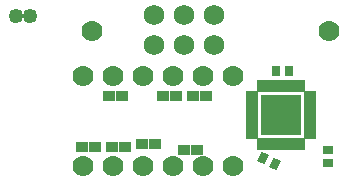
<source format=gbr>
G04 DesignSpark PCB Gerber Version 9.0 Build 5138 *
%FSLAX35Y35*%
%MOIN*%
%ADD74R,0.02181X0.04346*%
%ADD71R,0.02654X0.03441*%
%ADD76R,0.13795X0.13795*%
%ADD19C,0.04937*%
%ADD75R,0.04346X0.02181*%
%ADD79C,0.06906*%
%ADD17C,0.07000*%
%ADD78R,0.03441X0.02654*%
%ADD18R,0.03953X0.03362*%
%AMT77*0 Rectangle Pad at angle 155*21,1,0.02654,0.03441,0,0,155*%
%ADD77T77*%
X0Y0D02*
D02*
D17*
X32461Y9124D03*
Y39124D03*
X35591Y54124D03*
X42461Y9124D03*
Y39124D03*
X52461Y9124D03*
Y39124D03*
X62461Y9124D03*
Y39124D03*
X72461Y9124D03*
Y39124D03*
X82461Y9124D03*
Y39124D03*
X114331Y54124D03*
D02*
D18*
X32295Y15624D03*
X36626D03*
X41295Y32624D03*
X42295Y15624D03*
X45626Y32624D03*
X46626Y15624D03*
X52295Y16624D03*
X56626D03*
X59295Y32624D03*
X63626D03*
X66295Y14624D03*
X69295Y32624D03*
X70626Y14624D03*
X73626Y32624D03*
D02*
D19*
X10039Y59124D03*
X14961D03*
D02*
D71*
X96673Y40757D03*
X101004D03*
D02*
D74*
X91571Y16545D03*
Y35836D03*
X93539Y16545D03*
Y35836D03*
X95508Y16545D03*
Y35836D03*
X97476Y16545D03*
Y35836D03*
X99445Y16545D03*
Y35836D03*
X101413Y16545D03*
Y35836D03*
X103382Y16545D03*
Y35836D03*
X105350Y16545D03*
Y35836D03*
D02*
D75*
X88815Y19301D03*
Y21269D03*
Y23238D03*
Y25206D03*
Y27175D03*
Y29143D03*
Y31112D03*
Y33080D03*
X108106Y19301D03*
Y21269D03*
Y23238D03*
Y25206D03*
Y27175D03*
Y29143D03*
Y31112D03*
Y33080D03*
D02*
D76*
X98461Y26191D03*
D02*
D77*
X92545Y11751D03*
X96470Y9921D03*
D02*
D78*
X114193Y10246D03*
Y14576D03*
D02*
D79*
X56161Y49537D03*
Y59537D03*
X66161Y49537D03*
Y59537D03*
X76161Y49537D03*
Y59537D03*
X0Y0D02*
M02*

</source>
